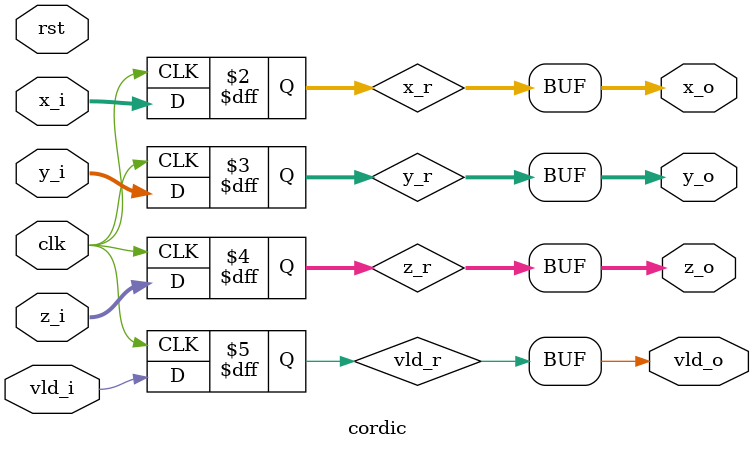
<source format=sv>
`define WORD_WIDTH 20
module cordic #(
  parameter MODE = "rotation"
)
(
  input clk,
  input rst,

  input [`WORD_WIDTH-1:0] x_i,
  input [`WORD_WIDTH-1:0] y_i,
  input [`WORD_WIDTH-1:0] z_i,
  input                   vld_i,

  output [`WORD_WIDTH-1:0] x_o,
  output [`WORD_WIDTH-1:0] y_o,
  output [`WORD_WIDTH-1:0] z_o,
  output                   vld_o
);

  reg [`WORD_WIDTH-1:0] x_r;
  reg [`WORD_WIDTH-1:0] y_r;
  reg [`WORD_WIDTH-1:0] z_r;
  reg                   vld_r;

  always_ff @(posedge clk) begin
    x_r   <= x_i;
    y_r   <= y_i;
    z_r   <= z_i;
    vld_r <= vld_i;
  end

  assign x_o = x_r;
  assign y_o = y_r;
  assign z_o = z_r;
  assign vld_o = vld_r;
    
endmodule
</source>
